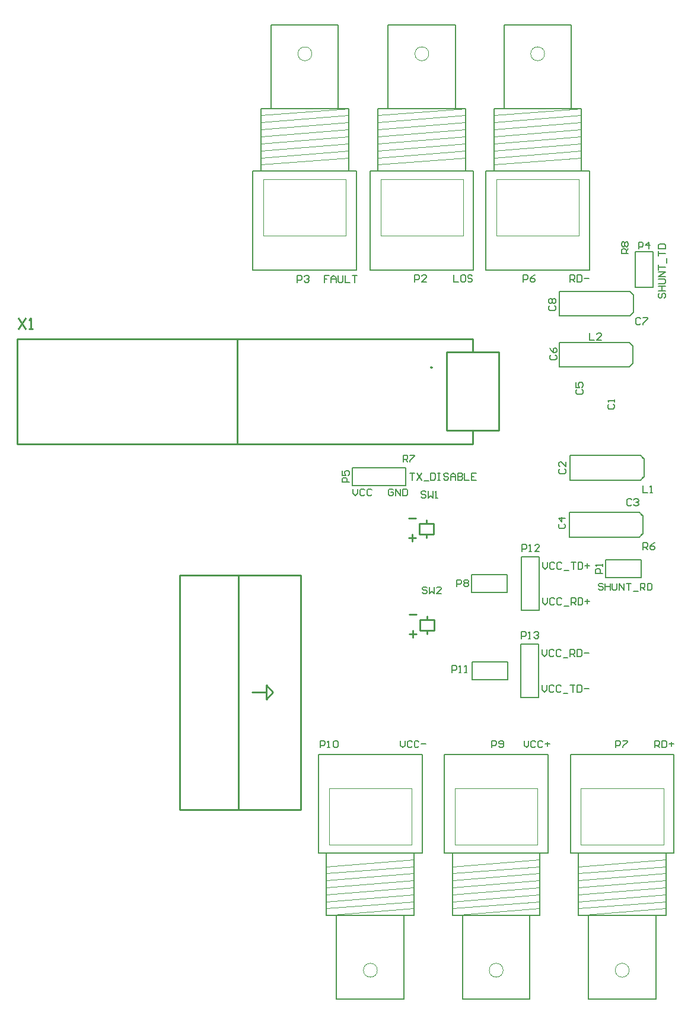
<source format=gto>
G04*
G04 #@! TF.GenerationSoftware,Altium Limited,Altium Designer,19.1.6 (110)*
G04*
G04 Layer_Color=65535*
%FSLAX23Y23*%
%MOIN*%
G70*
G01*
G75*
%ADD10C,0.001*%
%ADD11C,0.010*%
%ADD12C,0.008*%
%ADD13C,0.001*%
%ADD14C,0.006*%
D10*
X383Y4486D02*
G03*
X383Y4486I-39J0D01*
G01*
X1040D02*
G03*
X1040Y4486I-39J0D01*
G01*
X2166Y-660D02*
G03*
X2166Y-660I-39J0D01*
G01*
X751D02*
G03*
X751Y-660I-39J0D01*
G01*
X1691Y4486D02*
G03*
X1691Y4486I-39J0D01*
G01*
X1458Y-660D02*
G03*
X1458Y-660I-39J0D01*
G01*
X111Y3781D02*
X575D01*
X97Y3864D02*
X589Y3903D01*
X97D02*
X589Y3943D01*
X97D02*
X589Y3982D01*
X97D02*
X589Y4021D01*
X97D02*
X589Y4061D01*
X97D02*
X589Y4100D01*
X97D02*
X589Y4140D01*
X97D02*
X589Y4179D01*
X769Y3781D02*
X1233D01*
X755Y3864D02*
X1247Y3903D01*
X755D02*
X1247Y3943D01*
X755D02*
X1247Y3982D01*
X755D02*
X1247Y4021D01*
X755D02*
X1247Y4061D01*
X755D02*
X1247Y4100D01*
X755D02*
X1247Y4140D01*
X755D02*
X1247Y4179D01*
X1895Y45D02*
X2359D01*
X1881Y-77D02*
X2373Y-38D01*
X1881Y-116D02*
X2373Y-77D01*
X1881Y-156D02*
X2373Y-116D01*
X1881Y-195D02*
X2373Y-156D01*
X1881Y-235D02*
X2373Y-195D01*
X1881Y-274D02*
X2373Y-235D01*
X1881Y-313D02*
X2373Y-274D01*
X1881Y-353D02*
X2373Y-313D01*
X479Y45D02*
X943D01*
X465Y-77D02*
X957Y-38D01*
X465Y-116D02*
X957Y-77D01*
X465Y-156D02*
X957Y-116D01*
X465Y-195D02*
X957Y-156D01*
X465Y-235D02*
X957Y-195D01*
X465Y-274D02*
X957Y-235D01*
X465Y-313D02*
X957Y-274D01*
X465Y-353D02*
X957Y-313D01*
X1420Y3781D02*
X1884D01*
X1406Y3864D02*
X1898Y3903D01*
X1406D02*
X1898Y3943D01*
X1406D02*
X1898Y3982D01*
X1406D02*
X1898Y4021D01*
X1406D02*
X1898Y4061D01*
X1406D02*
X1898Y4100D01*
X1406D02*
X1898Y4140D01*
X1406D02*
X1898Y4179D01*
X1187Y45D02*
X1651D01*
X1173Y-77D02*
X1665Y-38D01*
X1173Y-116D02*
X1665Y-77D01*
X1173Y-156D02*
X1665Y-116D01*
X1173Y-195D02*
X1665Y-156D01*
X1173Y-235D02*
X1665Y-195D01*
X1173Y-274D02*
X1665Y-235D01*
X1173Y-313D02*
X1665Y-274D01*
X1173Y-353D02*
X1665Y-313D01*
D11*
X1059Y2725D02*
G03*
X1059Y2725I-4J0D01*
G01*
X-359Y243D02*
X-28D01*
X-359D02*
Y1558D01*
X-28D02*
X322D01*
X-28Y243D02*
Y1558D01*
X-359D02*
X-28D01*
Y243D02*
X322D01*
Y1558D01*
X126Y861D02*
X165Y901D01*
X126Y861D02*
Y940D01*
X165Y901D01*
X47D02*
X126D01*
X-36Y2811D02*
X-36Y2811D01*
X1433Y2591D02*
Y2811D01*
X1287D02*
X1433D01*
X1141D02*
X1287D01*
X1141Y2370D02*
Y2811D01*
Y2370D02*
X1433D01*
Y2591D01*
X-1272Y2296D02*
X1287Y2296D01*
X-1272Y2886D02*
X-1272Y2296D01*
X-1272Y2886D02*
X1287Y2886D01*
Y2811D02*
Y2886D01*
Y2296D02*
Y2370D01*
X-36Y2296D02*
Y2886D01*
X932Y1339D02*
X972D01*
X952Y1209D02*
Y1249D01*
X932Y1229D02*
X972D01*
X1032D02*
Y1249D01*
Y1309D02*
Y1329D01*
X992Y1309D02*
X1072D01*
Y1249D02*
Y1309D01*
X992Y1249D02*
X1072D01*
X992D02*
Y1309D01*
X926Y1879D02*
X966D01*
X946Y1749D02*
Y1789D01*
X926Y1769D02*
X966D01*
X1026D02*
Y1789D01*
Y1849D02*
Y1869D01*
X986Y1849D02*
X1066D01*
Y1789D02*
Y1849D01*
X986Y1789D02*
X1066D01*
X986D02*
Y1849D01*
X-1267Y3001D02*
X-1227Y2941D01*
Y3001D02*
X-1267Y2941D01*
X-1207D02*
X-1187D01*
X-1197D01*
Y3001D01*
X-1207Y2991D01*
D12*
X912Y2062D02*
Y2162D01*
X612Y2062D02*
X912D01*
X612D02*
Y2162D01*
X912D01*
X154Y4179D02*
X532D01*
X97Y3829D02*
X589D01*
X635Y3273D02*
Y3829D01*
X589D02*
X635D01*
X589D02*
Y4179D01*
X532D02*
X589D01*
X532D02*
Y4647D01*
X154D02*
X532D01*
X154Y4179D02*
Y4647D01*
X97Y4179D02*
X154D01*
X97Y3829D02*
Y4179D01*
X52Y3829D02*
X97D01*
X52Y3273D02*
Y3829D01*
Y3273D02*
X635D01*
X812Y4179D02*
X1190D01*
X755Y3829D02*
X1247D01*
X1292Y3273D02*
Y3829D01*
X1247D02*
X1292D01*
X1247D02*
Y4179D01*
X1190D02*
X1247D01*
X1190D02*
Y4647D01*
X812D02*
X1190D01*
X812Y4179D02*
Y4647D01*
X755Y4179D02*
X812D01*
X755Y3829D02*
Y4179D01*
X709Y3829D02*
X755D01*
X709Y3273D02*
Y3829D01*
Y3273D02*
X1292D01*
X1938Y-353D02*
X2316D01*
X1881Y-2D02*
X2373D01*
X1836D02*
Y553D01*
Y-2D02*
X1881D01*
Y-353D02*
Y-2D01*
Y-353D02*
X1938D01*
Y-821D02*
Y-353D01*
Y-821D02*
X2316D01*
Y-353D01*
X2373D01*
Y-2D01*
X2418D01*
Y553D01*
X1836D02*
X2418D01*
X522Y-353D02*
X900D01*
X465Y-2D02*
X957D01*
X420D02*
Y553D01*
Y-2D02*
X465D01*
Y-353D02*
Y-2D01*
Y-353D02*
X522D01*
Y-821D02*
Y-353D01*
Y-821D02*
X900D01*
Y-353D01*
X957D01*
Y-2D01*
X1003D01*
Y553D01*
X420D02*
X1003D01*
X1463Y4179D02*
X1841D01*
X1406Y3829D02*
X1898D01*
X1943Y3273D02*
Y3829D01*
X1898D02*
X1943D01*
X1898D02*
Y4179D01*
X1841D02*
X1898D01*
X1841D02*
Y4647D01*
X1463D02*
X1841D01*
X1463Y4179D02*
Y4647D01*
X1406Y4179D02*
X1463D01*
X1406Y3829D02*
Y4179D01*
X1360Y3829D02*
X1406D01*
X1360Y3273D02*
Y3829D01*
Y3273D02*
X1943D01*
X1230Y-353D02*
X1608D01*
X1173Y-2D02*
X1665D01*
X1128D02*
Y553D01*
Y-2D02*
X1173D01*
Y-353D02*
Y-2D01*
Y-353D02*
X1230D01*
Y-821D02*
Y-353D01*
Y-821D02*
X1608D01*
Y-353D01*
X1665D01*
Y-2D01*
X1710D01*
Y553D01*
X1128D02*
X1710D01*
X2035Y1545D02*
X2235D01*
Y1645D01*
X2035D02*
X2235D01*
X2035Y1545D02*
Y1645D01*
X1829Y1773D02*
X2223D01*
X2238Y1788D01*
X2243Y1793D02*
Y1891D01*
X2223Y1911D02*
X2238Y1896D01*
X1829Y1911D02*
X2223D01*
X1829Y1773D02*
Y1911D01*
X2233Y1901D02*
X2243Y1891D01*
X2233Y1783D02*
X2243Y1793D01*
X1835Y2092D02*
X2229D01*
X2244Y2107D01*
X2249Y2112D02*
Y2210D01*
X2229Y2230D02*
X2244Y2215D01*
X1835Y2230D02*
X2229D01*
X1835Y2092D02*
Y2230D01*
X2239Y2220D02*
X2249Y2210D01*
X2239Y2102D02*
X2249Y2112D01*
X2201Y3174D02*
X2301D01*
X2201D02*
Y3374D01*
X2301D01*
Y3174D02*
Y3374D01*
X1282Y1463D02*
Y1563D01*
X1482D01*
Y1463D02*
Y1563D01*
X1282Y1463D02*
X1482D01*
X1483Y972D02*
Y1072D01*
X1283Y972D02*
X1483D01*
X1283D02*
Y1072D01*
X1483D01*
X2177Y2738D02*
X2187Y2748D01*
X2177Y2856D02*
X2187Y2846D01*
X1773Y2728D02*
Y2866D01*
X2167D01*
X2182Y2851D01*
X2187Y2748D02*
Y2846D01*
X2167Y2728D02*
X2182Y2743D01*
X1773Y2728D02*
X2167D01*
X2179Y3024D02*
X2189Y3034D01*
X2179Y3142D02*
X2189Y3132D01*
X1775Y3014D02*
Y3152D01*
X2169D01*
X2184Y3137D01*
X2189Y3034D02*
Y3132D01*
X2169Y3014D02*
X2184Y3029D01*
X1775Y3014D02*
X2169D01*
X1562Y1363D02*
Y1663D01*
Y1363D02*
X1662D01*
Y1663D01*
X1562D02*
X1662D01*
X1658Y873D02*
Y1173D01*
X1558D02*
X1658D01*
X1558Y873D02*
Y1173D01*
Y873D02*
X1658D01*
D13*
X154Y4647D02*
X532D01*
X154Y4179D02*
Y4647D01*
Y4179D02*
X532D01*
Y4647D01*
Y4179D02*
X589D01*
Y3829D02*
Y4179D01*
X97Y3829D02*
X589D01*
X97D02*
Y4179D01*
X154D01*
X589Y3829D02*
X635D01*
Y3273D02*
Y3829D01*
X52Y3273D02*
X635D01*
X52D02*
Y3829D01*
X97D01*
X111Y3466D02*
Y3781D01*
Y3466D02*
X575D01*
Y3781D01*
X812Y4647D02*
X1190D01*
X812Y4179D02*
Y4647D01*
Y4179D02*
X1190D01*
Y4647D01*
Y4179D02*
X1247D01*
Y3829D02*
Y4179D01*
X755Y3829D02*
X1247D01*
X755D02*
Y4179D01*
X812D01*
X1247Y3829D02*
X1292D01*
Y3273D02*
Y3829D01*
X709Y3273D02*
X1292D01*
X709D02*
Y3829D01*
X755D01*
X769Y3466D02*
Y3781D01*
Y3466D02*
X1233D01*
Y3781D01*
X1938Y-821D02*
X2316D01*
Y-353D01*
X1938D02*
X2316D01*
X1938Y-821D02*
Y-353D01*
X1881D02*
X1938D01*
X1881D02*
Y-2D01*
X2373D01*
Y-353D02*
Y-2D01*
X2316Y-353D02*
X2373D01*
X1836Y-2D02*
X1881D01*
X1836D02*
Y553D01*
X2418D01*
Y-2D02*
Y553D01*
X2373Y-2D02*
X2418D01*
X2359Y45D02*
Y360D01*
X1895D02*
X2359D01*
X1895Y45D02*
Y360D01*
X522Y-821D02*
X900D01*
Y-353D01*
X522D02*
X900D01*
X522Y-821D02*
Y-353D01*
X465D02*
X522D01*
X465D02*
Y-2D01*
X957D01*
Y-353D02*
Y-2D01*
X900Y-353D02*
X957D01*
X420Y-2D02*
X465D01*
X420D02*
Y553D01*
X1003D01*
Y-2D02*
Y553D01*
X957Y-2D02*
X1003D01*
X943Y45D02*
Y360D01*
X479D02*
X943D01*
X479Y45D02*
Y360D01*
X1463Y4647D02*
X1841D01*
X1463Y4179D02*
Y4647D01*
Y4179D02*
X1841D01*
Y4647D01*
Y4179D02*
X1898D01*
Y3829D02*
Y4179D01*
X1406Y3829D02*
X1898D01*
X1406D02*
Y4179D01*
X1463D01*
X1898Y3829D02*
X1943D01*
Y3273D02*
Y3829D01*
X1360Y3273D02*
X1943D01*
X1360D02*
Y3829D01*
X1406D01*
X1420Y3466D02*
Y3781D01*
Y3466D02*
X1884D01*
Y3781D01*
X1230Y-821D02*
X1608D01*
Y-353D01*
X1230D02*
X1608D01*
X1230Y-821D02*
Y-353D01*
X1173D02*
X1230D01*
X1173D02*
Y-2D01*
X1665D01*
Y-353D02*
Y-2D01*
X1608Y-353D02*
X1665D01*
X1128Y-2D02*
X1173D01*
X1128D02*
Y553D01*
X1710D01*
Y-2D02*
Y553D01*
X1665Y-2D02*
X1710D01*
X1651Y45D02*
Y360D01*
X1187D02*
X1651D01*
X1187Y45D02*
Y360D01*
D14*
X934Y2133D02*
X960D01*
X947D01*
Y2093D01*
X973Y2133D02*
X1000Y2093D01*
Y2133D02*
X973Y2093D01*
X1013Y2087D02*
X1039D01*
X1052Y2133D02*
Y2093D01*
X1072D01*
X1078Y2100D01*
Y2126D01*
X1072Y2133D01*
X1052D01*
X1091D02*
X1104D01*
X1098D01*
Y2093D01*
X1091D01*
X1104D01*
X1150Y2126D02*
X1144Y2133D01*
X1131D01*
X1124Y2126D01*
Y2120D01*
X1131Y2113D01*
X1144D01*
X1150Y2107D01*
Y2100D01*
X1144Y2093D01*
X1131D01*
X1124Y2100D01*
X1163Y2093D02*
Y2120D01*
X1177Y2133D01*
X1190Y2120D01*
Y2093D01*
Y2113D01*
X1163D01*
X1203Y2133D02*
Y2093D01*
X1223D01*
X1229Y2100D01*
Y2107D01*
X1223Y2113D01*
X1203D01*
X1223D01*
X1229Y2120D01*
Y2126D01*
X1223Y2133D01*
X1203D01*
X1242D02*
Y2093D01*
X1268D01*
X1308Y2133D02*
X1282D01*
Y2093D01*
X1308D01*
X1282Y2113D02*
X1295D01*
X2019Y1507D02*
X2013Y1513D01*
X2000D01*
X1993Y1507D01*
Y1500D01*
X2000Y1494D01*
X2013D01*
X2019Y1487D01*
Y1481D01*
X2013Y1474D01*
X2000D01*
X1993Y1481D01*
X2032Y1513D02*
Y1474D01*
Y1494D01*
X2059D01*
Y1513D01*
Y1474D01*
X2072Y1513D02*
Y1481D01*
X2078Y1474D01*
X2091D01*
X2098Y1481D01*
Y1513D01*
X2111Y1474D02*
Y1513D01*
X2137Y1474D01*
Y1513D01*
X2150D02*
X2177D01*
X2164D01*
Y1474D01*
X2190Y1467D02*
X2216D01*
X2229Y1474D02*
Y1513D01*
X2249D01*
X2255Y1507D01*
Y1494D01*
X2249Y1487D01*
X2229D01*
X2242D02*
X2255Y1474D01*
X2269Y1513D02*
Y1474D01*
X2288D01*
X2295Y1481D01*
Y1507D01*
X2288Y1513D01*
X2269D01*
X2338Y3142D02*
X2332Y3136D01*
Y3123D01*
X2338Y3116D01*
X2345D01*
X2351Y3123D01*
Y3136D01*
X2358Y3142D01*
X2364D01*
X2371Y3136D01*
Y3123D01*
X2364Y3116D01*
X2332Y3155D02*
X2371D01*
X2351D01*
Y3182D01*
X2332D01*
X2371D01*
X2332Y3195D02*
X2364D01*
X2371Y3201D01*
Y3214D01*
X2364Y3221D01*
X2332D01*
X2371Y3234D02*
X2332D01*
X2371Y3260D01*
X2332D01*
Y3273D02*
Y3300D01*
Y3287D01*
X2371D01*
X2378Y3313D02*
Y3339D01*
X2332Y3352D02*
Y3378D01*
Y3365D01*
X2371D01*
X2332Y3392D02*
X2371D01*
Y3411D01*
X2364Y3418D01*
X2338D01*
X2332Y3411D01*
Y3392D01*
X615Y2043D02*
Y2017D01*
X628Y2004D01*
X641Y2017D01*
Y2043D01*
X681Y2037D02*
X674Y2043D01*
X661D01*
X654Y2037D01*
Y2011D01*
X661Y2004D01*
X674D01*
X681Y2011D01*
X720Y2037D02*
X713Y2043D01*
X700D01*
X694Y2037D01*
Y2011D01*
X700Y2004D01*
X713D01*
X720Y2011D01*
X841Y2037D02*
X835Y2043D01*
X822D01*
X815Y2037D01*
Y2011D01*
X822Y2004D01*
X835D01*
X841Y2011D01*
Y2024D01*
X828D01*
X854Y2004D02*
Y2043D01*
X881Y2004D01*
Y2043D01*
X894D02*
Y2004D01*
X913D01*
X920Y2011D01*
Y2037D01*
X913Y2043D01*
X894D01*
X594Y2080D02*
X555D01*
Y2100D01*
X561Y2106D01*
X574D01*
X581Y2100D01*
Y2080D01*
X555Y2146D02*
Y2119D01*
X574D01*
X568Y2132D01*
Y2139D01*
X574Y2146D01*
X587D01*
X594Y2139D01*
Y2126D01*
X587Y2119D01*
X1678Y1141D02*
Y1115D01*
X1691Y1102D01*
X1704Y1115D01*
Y1141D01*
X1744Y1135D02*
X1737Y1141D01*
X1724D01*
X1717Y1135D01*
Y1109D01*
X1724Y1102D01*
X1737D01*
X1744Y1109D01*
X1783Y1135D02*
X1776Y1141D01*
X1763D01*
X1757Y1135D01*
Y1109D01*
X1763Y1102D01*
X1776D01*
X1783Y1109D01*
X1796Y1095D02*
X1822D01*
X1835Y1102D02*
Y1141D01*
X1855D01*
X1862Y1135D01*
Y1122D01*
X1855Y1115D01*
X1835D01*
X1849D02*
X1862Y1102D01*
X1875Y1141D02*
Y1102D01*
X1894D01*
X1901Y1109D01*
Y1135D01*
X1894Y1141D01*
X1875D01*
X1914Y1122D02*
X1940D01*
X1678Y941D02*
Y915D01*
X1691Y902D01*
X1704Y915D01*
Y941D01*
X1744Y935D02*
X1737Y941D01*
X1724D01*
X1717Y935D01*
Y909D01*
X1724Y902D01*
X1737D01*
X1744Y909D01*
X1783Y935D02*
X1776Y941D01*
X1763D01*
X1757Y935D01*
Y909D01*
X1763Y902D01*
X1776D01*
X1783Y909D01*
X1796Y895D02*
X1822D01*
X1835Y941D02*
X1862D01*
X1849D01*
Y902D01*
X1875Y941D02*
Y902D01*
X1894D01*
X1901Y909D01*
Y935D01*
X1894Y941D01*
X1875D01*
X1914Y922D02*
X1940D01*
X1682Y1431D02*
Y1405D01*
X1695Y1392D01*
X1708Y1405D01*
Y1431D01*
X1748Y1425D02*
X1741Y1431D01*
X1728D01*
X1721Y1425D01*
Y1399D01*
X1728Y1392D01*
X1741D01*
X1748Y1399D01*
X1787Y1425D02*
X1780Y1431D01*
X1767D01*
X1761Y1425D01*
Y1399D01*
X1767Y1392D01*
X1780D01*
X1787Y1399D01*
X1800Y1385D02*
X1826D01*
X1839Y1392D02*
Y1431D01*
X1859D01*
X1866Y1425D01*
Y1412D01*
X1859Y1405D01*
X1839D01*
X1853D02*
X1866Y1392D01*
X1879Y1431D02*
Y1392D01*
X1898D01*
X1905Y1399D01*
Y1425D01*
X1898Y1431D01*
X1879D01*
X1918Y1412D02*
X1944D01*
X1931Y1425D02*
Y1399D01*
X1682Y1631D02*
Y1605D01*
X1695Y1592D01*
X1708Y1605D01*
Y1631D01*
X1748Y1625D02*
X1741Y1631D01*
X1728D01*
X1721Y1625D01*
Y1599D01*
X1728Y1592D01*
X1741D01*
X1748Y1599D01*
X1787Y1625D02*
X1780Y1631D01*
X1767D01*
X1761Y1625D01*
Y1599D01*
X1767Y1592D01*
X1780D01*
X1787Y1599D01*
X1800Y1585D02*
X1826D01*
X1839Y1631D02*
X1866D01*
X1853D01*
Y1592D01*
X1879Y1631D02*
Y1592D01*
X1898D01*
X1905Y1599D01*
Y1625D01*
X1898Y1631D01*
X1879D01*
X1918Y1612D02*
X1944D01*
X1931Y1625D02*
Y1599D01*
X479Y3241D02*
X453D01*
Y3222D01*
X466D01*
X453D01*
Y3202D01*
X492D02*
Y3228D01*
X505Y3241D01*
X519Y3228D01*
Y3202D01*
Y3222D01*
X492D01*
X532Y3241D02*
Y3209D01*
X538Y3202D01*
X551D01*
X558Y3209D01*
Y3241D01*
X571D02*
Y3202D01*
X597D01*
X610Y3241D02*
X637D01*
X624D01*
Y3202D01*
X301Y3203D02*
Y3242D01*
X321D01*
X327Y3236D01*
Y3223D01*
X321Y3216D01*
X301D01*
X340Y3236D02*
X347Y3242D01*
X360D01*
X367Y3236D01*
Y3229D01*
X360Y3223D01*
X353D01*
X360D01*
X367Y3216D01*
Y3210D01*
X360Y3203D01*
X347D01*
X340Y3210D01*
X1180Y3244D02*
Y3205D01*
X1206D01*
X1239Y3244D02*
X1226D01*
X1219Y3238D01*
Y3212D01*
X1226Y3205D01*
X1239D01*
X1246Y3212D01*
Y3238D01*
X1239Y3244D01*
X1285Y3238D02*
X1278Y3244D01*
X1265D01*
X1259Y3238D01*
Y3231D01*
X1265Y3225D01*
X1278D01*
X1285Y3218D01*
Y3212D01*
X1278Y3205D01*
X1265D01*
X1259Y3212D01*
X961Y3205D02*
Y3244D01*
X981D01*
X987Y3238D01*
Y3225D01*
X981Y3218D01*
X961D01*
X1027Y3205D02*
X1000D01*
X1027Y3231D01*
Y3238D01*
X1020Y3244D01*
X1007D01*
X1000Y3238D01*
X2312Y590D02*
Y629D01*
X2332D01*
X2338Y623D01*
Y610D01*
X2332Y603D01*
X2312D01*
X2325D02*
X2338Y590D01*
X2351Y629D02*
Y590D01*
X2371D01*
X2378Y597D01*
Y623D01*
X2371Y629D01*
X2351D01*
X2391Y610D02*
X2417D01*
X2404Y623D02*
Y597D01*
X2092Y590D02*
Y629D01*
X2112D01*
X2118Y623D01*
Y610D01*
X2112Y603D01*
X2092D01*
X2131Y629D02*
X2158D01*
Y623D01*
X2131Y597D01*
Y590D01*
X880Y629D02*
Y603D01*
X893Y590D01*
X906Y603D01*
Y629D01*
X946Y623D02*
X939Y629D01*
X926D01*
X919Y623D01*
Y597D01*
X926Y590D01*
X939D01*
X946Y597D01*
X985Y623D02*
X978Y629D01*
X965D01*
X959Y623D01*
Y597D01*
X965Y590D01*
X978D01*
X985Y597D01*
X998Y610D02*
X1024D01*
X432Y590D02*
Y629D01*
X452D01*
X458Y623D01*
Y610D01*
X452Y603D01*
X432D01*
X471Y590D02*
X484D01*
X478D01*
Y629D01*
X471Y623D01*
X504D02*
X511Y629D01*
X524D01*
X530Y623D01*
Y597D01*
X524Y590D01*
X511D01*
X504Y597D01*
Y623D01*
X1835Y3205D02*
Y3244D01*
X1855D01*
X1861Y3238D01*
Y3225D01*
X1855Y3218D01*
X1835D01*
X1848D02*
X1861Y3205D01*
X1874Y3244D02*
Y3205D01*
X1894D01*
X1901Y3212D01*
Y3238D01*
X1894Y3244D01*
X1874D01*
X1914Y3225D02*
X1940D01*
X1571Y3205D02*
Y3244D01*
X1591D01*
X1597Y3238D01*
Y3225D01*
X1591Y3218D01*
X1571D01*
X1637Y3244D02*
X1623Y3238D01*
X1610Y3225D01*
Y3212D01*
X1617Y3205D01*
X1630D01*
X1637Y3212D01*
Y3218D01*
X1630Y3225D01*
X1610D01*
X1576Y629D02*
Y603D01*
X1589Y590D01*
X1602Y603D01*
Y629D01*
X1642Y623D02*
X1635Y629D01*
X1622D01*
X1615Y623D01*
Y597D01*
X1622Y590D01*
X1635D01*
X1642Y597D01*
X1681Y623D02*
X1674Y629D01*
X1661D01*
X1655Y623D01*
Y597D01*
X1661Y590D01*
X1674D01*
X1681Y597D01*
X1694Y610D02*
X1720D01*
X1707Y623D02*
Y597D01*
X1395Y590D02*
Y629D01*
X1415D01*
X1421Y623D01*
Y610D01*
X1415Y603D01*
X1395D01*
X1434Y597D02*
X1441Y590D01*
X1454D01*
X1461Y597D01*
Y623D01*
X1454Y629D01*
X1441D01*
X1434Y623D01*
Y616D01*
X1441Y610D01*
X1461D01*
X2017Y1569D02*
X1978D01*
Y1589D01*
X1984Y1595D01*
X1997D01*
X2004Y1589D01*
Y1569D01*
X2017Y1608D02*
Y1621D01*
Y1615D01*
X1978D01*
X1984Y1608D01*
X1775Y1846D02*
X1769Y1840D01*
Y1827D01*
X1775Y1820D01*
X1801D01*
X1808Y1827D01*
Y1840D01*
X1801Y1846D01*
X1808Y1879D02*
X1769D01*
X1788Y1859D01*
Y1886D01*
X896Y2194D02*
Y2233D01*
X916D01*
X922Y2227D01*
Y2214D01*
X916Y2207D01*
X896D01*
X909D02*
X922Y2194D01*
X935Y2233D02*
X962D01*
Y2227D01*
X935Y2201D01*
Y2194D01*
X1031Y1487D02*
X1025Y1493D01*
X1012D01*
X1005Y1487D01*
Y1480D01*
X1012Y1474D01*
X1025D01*
X1031Y1467D01*
Y1461D01*
X1025Y1454D01*
X1012D01*
X1005Y1461D01*
X1044Y1493D02*
Y1454D01*
X1057Y1467D01*
X1071Y1454D01*
Y1493D01*
X1110Y1454D02*
X1084D01*
X1110Y1480D01*
Y1487D01*
X1103Y1493D01*
X1090D01*
X1084Y1487D01*
X1023Y2024D02*
X1017Y2030D01*
X1004D01*
X997Y2024D01*
Y2017D01*
X1004Y2011D01*
X1017D01*
X1023Y2004D01*
Y1998D01*
X1017Y1991D01*
X1004D01*
X997Y1998D01*
X1036Y2030D02*
Y1991D01*
X1049Y2004D01*
X1063Y1991D01*
Y2030D01*
X1076Y1991D02*
X1089D01*
X1082D01*
Y2030D01*
X1076Y2024D01*
X2162Y3364D02*
X2123D01*
Y3384D01*
X2129Y3390D01*
X2142D01*
X2149Y3384D01*
Y3364D01*
Y3377D02*
X2162Y3390D01*
X2129Y3403D02*
X2123Y3410D01*
Y3423D01*
X2129Y3430D01*
X2136D01*
X2142Y3423D01*
X2149Y3430D01*
X2155D01*
X2162Y3423D01*
Y3410D01*
X2155Y3403D01*
X2149D01*
X2142Y3410D01*
X2136Y3403D01*
X2129D01*
X2142Y3410D02*
Y3423D01*
X2244Y1702D02*
Y1741D01*
X2264D01*
X2270Y1735D01*
Y1722D01*
X2264Y1715D01*
X2244D01*
X2257D02*
X2270Y1702D01*
X2310Y1741D02*
X2296Y1735D01*
X2283Y1722D01*
Y1709D01*
X2290Y1702D01*
X2303D01*
X2310Y1709D01*
Y1715D01*
X2303Y1722D01*
X2283D01*
X1560Y1203D02*
Y1242D01*
X1580D01*
X1586Y1236D01*
Y1223D01*
X1580Y1216D01*
X1560D01*
X1599Y1203D02*
X1612D01*
X1606D01*
Y1242D01*
X1599Y1236D01*
X1632D02*
X1639Y1242D01*
X1652D01*
X1658Y1236D01*
Y1229D01*
X1652Y1223D01*
X1645D01*
X1652D01*
X1658Y1216D01*
Y1210D01*
X1652Y1203D01*
X1639D01*
X1632Y1210D01*
X1564Y1693D02*
Y1732D01*
X1584D01*
X1590Y1726D01*
Y1713D01*
X1584Y1706D01*
X1564D01*
X1603Y1693D02*
X1616D01*
X1610D01*
Y1732D01*
X1603Y1726D01*
X1662Y1693D02*
X1636D01*
X1662Y1719D01*
Y1726D01*
X1656Y1732D01*
X1643D01*
X1636Y1726D01*
X1170Y1011D02*
Y1050D01*
X1190D01*
X1196Y1044D01*
Y1031D01*
X1190Y1024D01*
X1170D01*
X1209Y1011D02*
X1222D01*
X1216D01*
Y1050D01*
X1209Y1044D01*
X1242Y1011D02*
X1255D01*
X1249D01*
Y1050D01*
X1242Y1044D01*
X1197Y1494D02*
Y1533D01*
X1217D01*
X1223Y1527D01*
Y1514D01*
X1217Y1507D01*
X1197D01*
X1236Y1527D02*
X1243Y1533D01*
X1256D01*
X1263Y1527D01*
Y1520D01*
X1256Y1514D01*
X1263Y1507D01*
Y1501D01*
X1256Y1494D01*
X1243D01*
X1236Y1501D01*
Y1507D01*
X1243Y1514D01*
X1236Y1520D01*
Y1527D01*
X1243Y1514D02*
X1256D01*
X2219Y3390D02*
Y3429D01*
X2239D01*
X2245Y3423D01*
Y3410D01*
X2239Y3403D01*
X2219D01*
X2278Y3390D02*
Y3429D01*
X2258Y3410D01*
X2285D01*
X1945Y2918D02*
Y2879D01*
X1971D01*
X2011D02*
X1984D01*
X2011Y2905D01*
Y2912D01*
X2004Y2918D01*
X1991D01*
X1984Y2912D01*
X2245Y2061D02*
Y2022D01*
X2271D01*
X2284D02*
X2297D01*
X2291D01*
Y2061D01*
X2284Y2055D01*
X1720Y3071D02*
X1714Y3065D01*
Y3052D01*
X1720Y3045D01*
X1746D01*
X1753Y3052D01*
Y3065D01*
X1746Y3071D01*
X1720Y3084D02*
X1714Y3091D01*
Y3104D01*
X1720Y3111D01*
X1727D01*
X1733Y3104D01*
X1740Y3111D01*
X1746D01*
X1753Y3104D01*
Y3091D01*
X1746Y3084D01*
X1740D01*
X1733Y3091D01*
X1727Y3084D01*
X1720D01*
X1733Y3091D02*
Y3104D01*
X2231Y2998D02*
X2225Y3004D01*
X2212D01*
X2205Y2998D01*
Y2972D01*
X2212Y2965D01*
X2225D01*
X2231Y2972D01*
X2244Y3004D02*
X2271D01*
Y2998D01*
X2244Y2972D01*
Y2965D01*
X1726Y2795D02*
X1720Y2789D01*
Y2776D01*
X1726Y2769D01*
X1752D01*
X1759Y2776D01*
Y2789D01*
X1752Y2795D01*
X1720Y2835D02*
X1726Y2821D01*
X1739Y2808D01*
X1752D01*
X1759Y2815D01*
Y2828D01*
X1752Y2835D01*
X1746D01*
X1739Y2828D01*
Y2808D01*
X1873Y2600D02*
X1867Y2594D01*
Y2581D01*
X1873Y2574D01*
X1899D01*
X1906Y2581D01*
Y2594D01*
X1899Y2600D01*
X1867Y2640D02*
Y2613D01*
X1886D01*
X1880Y2626D01*
Y2633D01*
X1886Y2640D01*
X1899D01*
X1906Y2633D01*
Y2620D01*
X1899Y2613D01*
X2179Y1982D02*
X2173Y1988D01*
X2160D01*
X2153Y1982D01*
Y1956D01*
X2160Y1949D01*
X2173D01*
X2179Y1956D01*
X2192Y1982D02*
X2199Y1988D01*
X2212D01*
X2219Y1982D01*
Y1975D01*
X2212Y1969D01*
X2205D01*
X2212D01*
X2219Y1962D01*
Y1956D01*
X2212Y1949D01*
X2199D01*
X2192Y1956D01*
X1777Y2154D02*
X1771Y2148D01*
Y2135D01*
X1777Y2128D01*
X1803D01*
X1810Y2135D01*
Y2148D01*
X1803Y2154D01*
X1810Y2194D02*
Y2167D01*
X1784Y2194D01*
X1777D01*
X1771Y2187D01*
Y2174D01*
X1777Y2167D01*
X2052Y2519D02*
X2046Y2513D01*
Y2500D01*
X2052Y2493D01*
X2078D01*
X2085Y2500D01*
Y2513D01*
X2078Y2519D01*
X2085Y2532D02*
Y2545D01*
Y2539D01*
X2046D01*
X2052Y2532D01*
M02*

</source>
